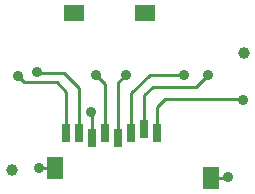
<source format=gbr>
G04 EAGLE Gerber RS-274X export*
G75*
%MOMM*%
%FSLAX34Y34*%
%LPD*%
%INTop Copper*%
%IPPOS*%
%AMOC8*
5,1,8,0,0,1.08239X$1,22.5*%
G01*
%ADD10R,1.400000X1.900000*%
%ADD11R,1.800000X1.400000*%
%ADD12R,0.700000X1.500000*%
%ADD13C,1.000000*%
%ADD14C,0.254000*%
%ADD15C,0.908000*%


D10*
X54800Y174226D03*
X186800Y165226D03*
D11*
X70800Y305226D03*
X130800Y305226D03*
D12*
X63800Y203226D03*
X74800Y203226D03*
X85800Y199226D03*
X96800Y203226D03*
X107800Y199226D03*
X118800Y203226D03*
X129800Y207226D03*
X140800Y203226D03*
D13*
X214122Y271272D03*
X18034Y172212D03*
D14*
X129800Y207226D02*
X129800Y235210D01*
X137160Y242570D01*
X173990Y242570D01*
X184150Y252730D01*
D15*
X184150Y252730D03*
D14*
X118800Y236910D02*
X118800Y203226D01*
X118800Y236910D02*
X134620Y252730D01*
X163830Y252730D01*
D15*
X163830Y252730D03*
D14*
X107800Y246230D02*
X107800Y199226D01*
X107800Y246230D02*
X114300Y252730D01*
D15*
X114300Y252730D03*
D14*
X96800Y244830D02*
X96800Y203226D01*
X96800Y244830D02*
X88900Y252730D01*
D15*
X88900Y252730D03*
D14*
X74800Y241430D02*
X74800Y203226D01*
X74800Y241430D02*
X62230Y254000D01*
X40640Y254000D01*
X39370Y255270D01*
D15*
X39370Y255270D03*
D14*
X63800Y238460D02*
X63800Y203226D01*
X63800Y238460D02*
X55880Y246380D01*
X27940Y246380D01*
X22860Y251460D01*
D15*
X22860Y251460D03*
D14*
X140800Y225890D02*
X140800Y203226D01*
X140800Y225890D02*
X147320Y232410D01*
X209550Y232410D01*
X213360Y231140D01*
D15*
X213360Y231140D03*
D14*
X85800Y220270D02*
X85800Y199226D01*
X85800Y220270D02*
X85090Y220980D01*
D15*
X85090Y220980D03*
D14*
X186800Y165226D02*
X199516Y165226D01*
X200660Y166370D01*
D15*
X200660Y166370D03*
D14*
X54800Y174226D02*
X41384Y174226D01*
X40640Y173736D01*
D15*
X40640Y173736D03*
M02*

</source>
